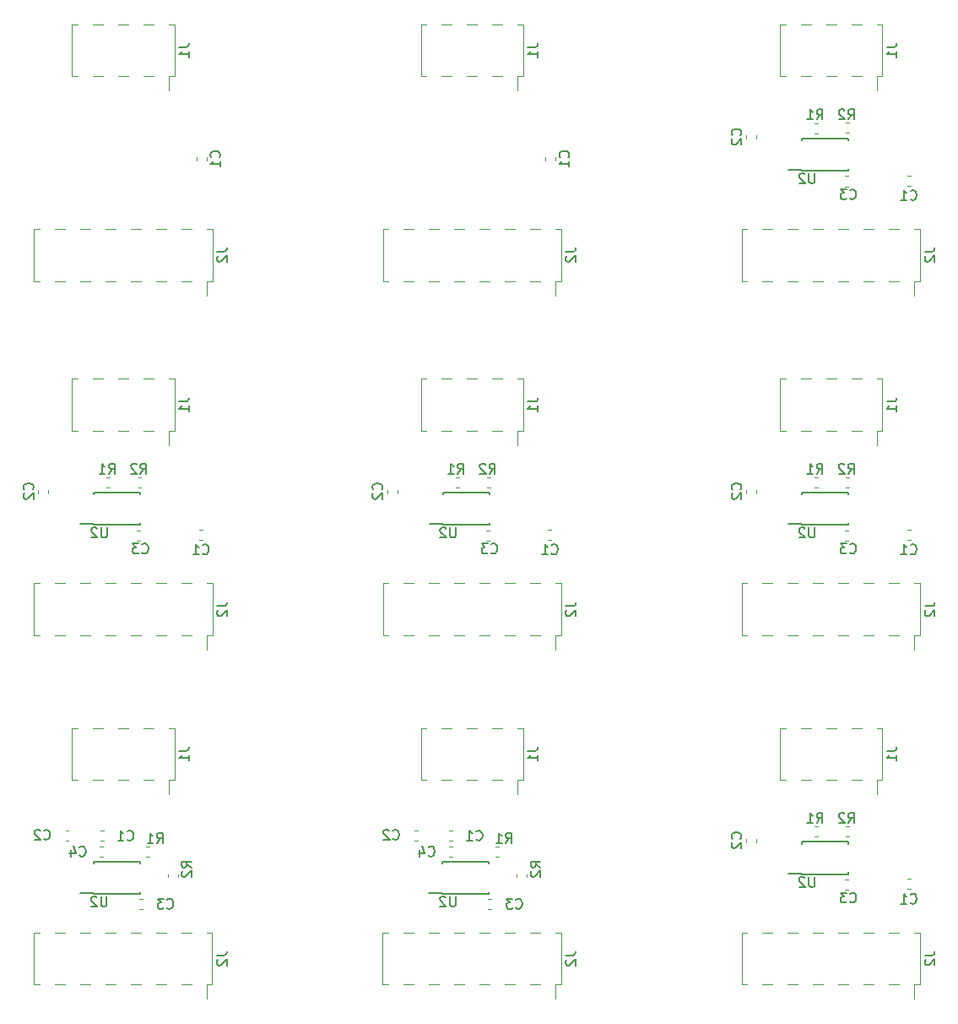
<source format=gbr>
G04 #@! TF.GenerationSoftware,KiCad,Pcbnew,5.1.5-52549c5~86~ubuntu16.04.1*
G04 #@! TF.CreationDate,2020-08-04T22:24:30-05:00*
G04 #@! TF.ProjectId,pressure_sensors,70726573-7375-4726-955f-73656e736f72,rev?*
G04 #@! TF.SameCoordinates,Original*
G04 #@! TF.FileFunction,Legend,Bot*
G04 #@! TF.FilePolarity,Positive*
%FSLAX46Y46*%
G04 Gerber Fmt 4.6, Leading zero omitted, Abs format (unit mm)*
G04 Created by KiCad (PCBNEW 5.1.5-52549c5~86~ubuntu16.04.1) date 2020-08-04 22:24:30*
%MOMM*%
%LPD*%
G04 APERTURE LIST*
%ADD10C,0.120000*%
%ADD11C,0.150000*%
G04 APERTURE END LIST*
D10*
X197870000Y-55535279D02*
X197870000Y-55209721D01*
X196850000Y-55535279D02*
X196850000Y-55209721D01*
X198450000Y-67600000D02*
X198450000Y-62400000D01*
X180550000Y-67600000D02*
X180550000Y-62400000D01*
X197880000Y-69040000D02*
X197880000Y-67600000D01*
X198450000Y-67600000D02*
X197880000Y-67600000D01*
X198450000Y-62400000D02*
X197880000Y-62400000D01*
X181120000Y-67600000D02*
X180550000Y-67600000D01*
X181120000Y-62400000D02*
X180550000Y-62400000D01*
X196360000Y-67600000D02*
X195340000Y-67600000D01*
X196360000Y-62400000D02*
X195340000Y-62400000D01*
X193820000Y-67600000D02*
X192800000Y-67600000D01*
X193820000Y-62400000D02*
X192800000Y-62400000D01*
X191280000Y-67600000D02*
X190260000Y-67600000D01*
X191280000Y-62400000D02*
X190260000Y-62400000D01*
X188740000Y-67600000D02*
X187720000Y-67600000D01*
X188740000Y-62400000D02*
X187720000Y-62400000D01*
X186200000Y-67600000D02*
X185180000Y-67600000D01*
X186200000Y-62400000D02*
X185180000Y-62400000D01*
X183660000Y-67600000D02*
X182640000Y-67600000D01*
X183660000Y-62400000D02*
X182640000Y-62400000D01*
X194650000Y-47100000D02*
X194650000Y-41900000D01*
X184370000Y-47100000D02*
X184370000Y-41900000D01*
X194080000Y-48540000D02*
X194080000Y-47100000D01*
X194650000Y-47100000D02*
X194080000Y-47100000D01*
X194650000Y-41900000D02*
X194080000Y-41900000D01*
X184940000Y-47100000D02*
X184370000Y-47100000D01*
X184940000Y-41900000D02*
X184370000Y-41900000D01*
X192560000Y-47100000D02*
X191540000Y-47100000D01*
X192560000Y-41900000D02*
X191540000Y-41900000D01*
X190020000Y-47100000D02*
X189000000Y-47100000D01*
X190020000Y-41900000D02*
X189000000Y-41900000D01*
X187480000Y-47100000D02*
X186460000Y-47100000D01*
X187480000Y-41900000D02*
X186460000Y-41900000D01*
X198450000Y-103100000D02*
X198450000Y-97900000D01*
X180550000Y-103100000D02*
X180550000Y-97900000D01*
X197880000Y-104540000D02*
X197880000Y-103100000D01*
X198450000Y-103100000D02*
X197880000Y-103100000D01*
X198450000Y-97900000D02*
X197880000Y-97900000D01*
X181120000Y-103100000D02*
X180550000Y-103100000D01*
X181120000Y-97900000D02*
X180550000Y-97900000D01*
X196360000Y-103100000D02*
X195340000Y-103100000D01*
X196360000Y-97900000D02*
X195340000Y-97900000D01*
X193820000Y-103100000D02*
X192800000Y-103100000D01*
X193820000Y-97900000D02*
X192800000Y-97900000D01*
X191280000Y-103100000D02*
X190260000Y-103100000D01*
X191280000Y-97900000D02*
X190260000Y-97900000D01*
X188740000Y-103100000D02*
X187720000Y-103100000D01*
X188740000Y-97900000D02*
X187720000Y-97900000D01*
X186200000Y-103100000D02*
X185180000Y-103100000D01*
X186200000Y-97900000D02*
X185180000Y-97900000D01*
X183660000Y-103100000D02*
X182640000Y-103100000D01*
X183660000Y-97900000D02*
X182640000Y-97900000D01*
X181990000Y-88527221D02*
X181990000Y-88852779D01*
X180970000Y-88527221D02*
X180970000Y-88852779D01*
X190997221Y-87250000D02*
X191322779Y-87250000D01*
X190997221Y-88270000D02*
X191322779Y-88270000D01*
X197137221Y-93550000D02*
X197462779Y-93550000D01*
X197137221Y-92530000D02*
X197462779Y-92530000D01*
X191212779Y-92590000D02*
X190887221Y-92590000D01*
X191212779Y-93610000D02*
X190887221Y-93610000D01*
X188180279Y-87260000D02*
X187854721Y-87260000D01*
X188180279Y-88280000D02*
X187854721Y-88280000D01*
D11*
X186575000Y-92055000D02*
X186575000Y-91955000D01*
X191225000Y-92055000D02*
X191225000Y-91855000D01*
X191225000Y-88805000D02*
X191225000Y-89005000D01*
X186575000Y-88805000D02*
X186575000Y-89005000D01*
X186575000Y-92055000D02*
X191225000Y-92055000D01*
X186575000Y-88805000D02*
X191225000Y-88805000D01*
X186575000Y-91955000D02*
X185225000Y-91955000D01*
D10*
X194650000Y-82600000D02*
X194650000Y-77400000D01*
X184370000Y-82600000D02*
X184370000Y-77400000D01*
X194080000Y-84040000D02*
X194080000Y-82600000D01*
X194650000Y-82600000D02*
X194080000Y-82600000D01*
X194650000Y-77400000D02*
X194080000Y-77400000D01*
X184940000Y-82600000D02*
X184370000Y-82600000D01*
X184940000Y-77400000D02*
X184370000Y-77400000D01*
X192560000Y-82600000D02*
X191540000Y-82600000D01*
X192560000Y-77400000D02*
X191540000Y-77400000D01*
X190020000Y-82600000D02*
X189000000Y-82600000D01*
X190020000Y-77400000D02*
X189000000Y-77400000D01*
X187480000Y-82600000D02*
X186460000Y-82600000D01*
X187480000Y-77400000D02*
X186460000Y-77400000D01*
X219660000Y-62400000D02*
X218640000Y-62400000D01*
X219660000Y-67600000D02*
X218640000Y-67600000D01*
X222200000Y-62400000D02*
X221180000Y-62400000D01*
X222200000Y-67600000D02*
X221180000Y-67600000D01*
X224740000Y-62400000D02*
X223720000Y-62400000D01*
X224740000Y-67600000D02*
X223720000Y-67600000D01*
X227280000Y-62400000D02*
X226260000Y-62400000D01*
X227280000Y-67600000D02*
X226260000Y-67600000D01*
X229820000Y-62400000D02*
X228800000Y-62400000D01*
X229820000Y-67600000D02*
X228800000Y-67600000D01*
X232360000Y-62400000D02*
X231340000Y-62400000D01*
X232360000Y-67600000D02*
X231340000Y-67600000D01*
X217120000Y-62400000D02*
X216550000Y-62400000D01*
X217120000Y-67600000D02*
X216550000Y-67600000D01*
X234450000Y-62400000D02*
X233880000Y-62400000D01*
X234450000Y-67600000D02*
X233880000Y-67600000D01*
X233880000Y-69040000D02*
X233880000Y-67600000D01*
X216550000Y-67600000D02*
X216550000Y-62400000D01*
X234450000Y-67600000D02*
X234450000Y-62400000D01*
X216970000Y-53027221D02*
X216970000Y-53352779D01*
X217990000Y-53027221D02*
X217990000Y-53352779D01*
X223480000Y-41900000D02*
X222460000Y-41900000D01*
X223480000Y-47100000D02*
X222460000Y-47100000D01*
X226020000Y-41900000D02*
X225000000Y-41900000D01*
X226020000Y-47100000D02*
X225000000Y-47100000D01*
X228560000Y-41900000D02*
X227540000Y-41900000D01*
X228560000Y-47100000D02*
X227540000Y-47100000D01*
X220940000Y-41900000D02*
X220370000Y-41900000D01*
X220940000Y-47100000D02*
X220370000Y-47100000D01*
X230650000Y-41900000D02*
X230080000Y-41900000D01*
X230650000Y-47100000D02*
X230080000Y-47100000D01*
X230080000Y-48540000D02*
X230080000Y-47100000D01*
X220370000Y-47100000D02*
X220370000Y-41900000D01*
X230650000Y-47100000D02*
X230650000Y-41900000D01*
D11*
X222575000Y-56455000D02*
X221225000Y-56455000D01*
X222575000Y-53305000D02*
X227225000Y-53305000D01*
X222575000Y-56555000D02*
X227225000Y-56555000D01*
X222575000Y-53305000D02*
X222575000Y-53505000D01*
X227225000Y-53305000D02*
X227225000Y-53505000D01*
X227225000Y-56555000D02*
X227225000Y-56355000D01*
X222575000Y-56555000D02*
X222575000Y-56455000D01*
D10*
X233137221Y-57030000D02*
X233462779Y-57030000D01*
X233137221Y-58050000D02*
X233462779Y-58050000D01*
X224180279Y-52780000D02*
X223854721Y-52780000D01*
X224180279Y-51760000D02*
X223854721Y-51760000D01*
X226997221Y-52770000D02*
X227322779Y-52770000D01*
X226997221Y-51750000D02*
X227322779Y-51750000D01*
X227212779Y-58110000D02*
X226887221Y-58110000D01*
X227212779Y-57090000D02*
X226887221Y-57090000D01*
X227212779Y-92590000D02*
X226887221Y-92590000D01*
X227212779Y-93610000D02*
X226887221Y-93610000D01*
X234450000Y-103100000D02*
X234450000Y-97900000D01*
X216550000Y-103100000D02*
X216550000Y-97900000D01*
X233880000Y-104540000D02*
X233880000Y-103100000D01*
X234450000Y-103100000D02*
X233880000Y-103100000D01*
X234450000Y-97900000D02*
X233880000Y-97900000D01*
X217120000Y-103100000D02*
X216550000Y-103100000D01*
X217120000Y-97900000D02*
X216550000Y-97900000D01*
X232360000Y-103100000D02*
X231340000Y-103100000D01*
X232360000Y-97900000D02*
X231340000Y-97900000D01*
X229820000Y-103100000D02*
X228800000Y-103100000D01*
X229820000Y-97900000D02*
X228800000Y-97900000D01*
X227280000Y-103100000D02*
X226260000Y-103100000D01*
X227280000Y-97900000D02*
X226260000Y-97900000D01*
X224740000Y-103100000D02*
X223720000Y-103100000D01*
X224740000Y-97900000D02*
X223720000Y-97900000D01*
X222200000Y-103100000D02*
X221180000Y-103100000D01*
X222200000Y-97900000D02*
X221180000Y-97900000D01*
X219660000Y-103100000D02*
X218640000Y-103100000D01*
X219660000Y-97900000D02*
X218640000Y-97900000D01*
X217990000Y-88527221D02*
X217990000Y-88852779D01*
X216970000Y-88527221D02*
X216970000Y-88852779D01*
X230650000Y-82600000D02*
X230650000Y-77400000D01*
X220370000Y-82600000D02*
X220370000Y-77400000D01*
X230080000Y-84040000D02*
X230080000Y-82600000D01*
X230650000Y-82600000D02*
X230080000Y-82600000D01*
X230650000Y-77400000D02*
X230080000Y-77400000D01*
X220940000Y-82600000D02*
X220370000Y-82600000D01*
X220940000Y-77400000D02*
X220370000Y-77400000D01*
X228560000Y-82600000D02*
X227540000Y-82600000D01*
X228560000Y-77400000D02*
X227540000Y-77400000D01*
X226020000Y-82600000D02*
X225000000Y-82600000D01*
X226020000Y-77400000D02*
X225000000Y-77400000D01*
X223480000Y-82600000D02*
X222460000Y-82600000D01*
X223480000Y-77400000D02*
X222460000Y-77400000D01*
D11*
X222575000Y-92055000D02*
X222575000Y-91955000D01*
X227225000Y-92055000D02*
X227225000Y-91855000D01*
X227225000Y-88805000D02*
X227225000Y-89005000D01*
X222575000Y-88805000D02*
X222575000Y-89005000D01*
X222575000Y-92055000D02*
X227225000Y-92055000D01*
X222575000Y-88805000D02*
X227225000Y-88805000D01*
X222575000Y-91955000D02*
X221225000Y-91955000D01*
D10*
X233137221Y-93550000D02*
X233462779Y-93550000D01*
X233137221Y-92530000D02*
X233462779Y-92530000D01*
X224180279Y-87260000D02*
X223854721Y-87260000D01*
X224180279Y-88280000D02*
X223854721Y-88280000D01*
X226997221Y-87250000D02*
X227322779Y-87250000D01*
X226997221Y-88270000D02*
X227322779Y-88270000D01*
X183714721Y-123700000D02*
X184040279Y-123700000D01*
X183714721Y-122680000D02*
X184040279Y-122680000D01*
X187470000Y-112410000D02*
X186450000Y-112410000D01*
X187470000Y-117610000D02*
X186450000Y-117610000D01*
X190010000Y-112410000D02*
X188990000Y-112410000D01*
X190010000Y-117610000D02*
X188990000Y-117610000D01*
X192550000Y-112410000D02*
X191530000Y-112410000D01*
X192550000Y-117610000D02*
X191530000Y-117610000D01*
X184930000Y-112410000D02*
X184360000Y-112410000D01*
X184930000Y-117610000D02*
X184360000Y-117610000D01*
X194640000Y-112410000D02*
X194070000Y-112410000D01*
X194640000Y-117610000D02*
X194070000Y-117610000D01*
X194070000Y-119050000D02*
X194070000Y-117610000D01*
X184360000Y-117610000D02*
X184360000Y-112410000D01*
X194640000Y-117610000D02*
X194640000Y-112410000D01*
X193990000Y-127037221D02*
X193990000Y-127362779D01*
X195010000Y-127037221D02*
X195010000Y-127362779D01*
D11*
X186545000Y-128915000D02*
X185195000Y-128915000D01*
X186545000Y-125765000D02*
X191195000Y-125765000D01*
X186545000Y-129015000D02*
X191195000Y-129015000D01*
X186545000Y-125765000D02*
X186545000Y-125965000D01*
X191195000Y-125765000D02*
X191195000Y-125965000D01*
X191195000Y-129015000D02*
X191195000Y-128815000D01*
X186545000Y-129015000D02*
X186545000Y-128915000D01*
D10*
X192162779Y-125290000D02*
X191837221Y-125290000D01*
X192162779Y-124270000D02*
X191837221Y-124270000D01*
X187522779Y-123670000D02*
X187197221Y-123670000D01*
X187522779Y-122650000D02*
X187197221Y-122650000D01*
X183650000Y-132910000D02*
X182630000Y-132910000D01*
X183650000Y-138110000D02*
X182630000Y-138110000D01*
X186190000Y-132910000D02*
X185170000Y-132910000D01*
X186190000Y-138110000D02*
X185170000Y-138110000D01*
X188730000Y-132910000D02*
X187710000Y-132910000D01*
X188730000Y-138110000D02*
X187710000Y-138110000D01*
X191270000Y-132910000D02*
X190250000Y-132910000D01*
X191270000Y-138110000D02*
X190250000Y-138110000D01*
X193810000Y-132910000D02*
X192790000Y-132910000D01*
X193810000Y-138110000D02*
X192790000Y-138110000D01*
X196350000Y-132910000D02*
X195330000Y-132910000D01*
X196350000Y-138110000D02*
X195330000Y-138110000D01*
X181110000Y-132910000D02*
X180540000Y-132910000D01*
X181110000Y-138110000D02*
X180540000Y-138110000D01*
X198440000Y-132910000D02*
X197870000Y-132910000D01*
X198440000Y-138110000D02*
X197870000Y-138110000D01*
X197870000Y-139550000D02*
X197870000Y-138110000D01*
X180540000Y-138110000D02*
X180540000Y-132910000D01*
X198440000Y-138110000D02*
X198440000Y-132910000D01*
X191452779Y-130510000D02*
X191127221Y-130510000D01*
X191452779Y-129490000D02*
X191127221Y-129490000D01*
X187502779Y-125260000D02*
X187177221Y-125260000D01*
X187502779Y-124240000D02*
X187177221Y-124240000D01*
X161850000Y-55535279D02*
X161850000Y-55209721D01*
X162870000Y-55535279D02*
X162870000Y-55209721D01*
X148660000Y-62400000D02*
X147640000Y-62400000D01*
X148660000Y-67600000D02*
X147640000Y-67600000D01*
X151200000Y-62400000D02*
X150180000Y-62400000D01*
X151200000Y-67600000D02*
X150180000Y-67600000D01*
X153740000Y-62400000D02*
X152720000Y-62400000D01*
X153740000Y-67600000D02*
X152720000Y-67600000D01*
X156280000Y-62400000D02*
X155260000Y-62400000D01*
X156280000Y-67600000D02*
X155260000Y-67600000D01*
X158820000Y-62400000D02*
X157800000Y-62400000D01*
X158820000Y-67600000D02*
X157800000Y-67600000D01*
X161360000Y-62400000D02*
X160340000Y-62400000D01*
X161360000Y-67600000D02*
X160340000Y-67600000D01*
X146120000Y-62400000D02*
X145550000Y-62400000D01*
X146120000Y-67600000D02*
X145550000Y-67600000D01*
X163450000Y-62400000D02*
X162880000Y-62400000D01*
X163450000Y-67600000D02*
X162880000Y-67600000D01*
X162880000Y-69040000D02*
X162880000Y-67600000D01*
X145550000Y-67600000D02*
X145550000Y-62400000D01*
X163450000Y-67600000D02*
X163450000Y-62400000D01*
X152480000Y-41900000D02*
X151460000Y-41900000D01*
X152480000Y-47100000D02*
X151460000Y-47100000D01*
X155020000Y-41900000D02*
X154000000Y-41900000D01*
X155020000Y-47100000D02*
X154000000Y-47100000D01*
X157560000Y-41900000D02*
X156540000Y-41900000D01*
X157560000Y-47100000D02*
X156540000Y-47100000D01*
X149940000Y-41900000D02*
X149370000Y-41900000D01*
X149940000Y-47100000D02*
X149370000Y-47100000D01*
X159650000Y-41900000D02*
X159080000Y-41900000D01*
X159650000Y-47100000D02*
X159080000Y-47100000D01*
X159080000Y-48540000D02*
X159080000Y-47100000D01*
X149370000Y-47100000D02*
X149370000Y-41900000D01*
X159650000Y-47100000D02*
X159650000Y-41900000D01*
X152480000Y-77400000D02*
X151460000Y-77400000D01*
X152480000Y-82600000D02*
X151460000Y-82600000D01*
X155020000Y-77400000D02*
X154000000Y-77400000D01*
X155020000Y-82600000D02*
X154000000Y-82600000D01*
X157560000Y-77400000D02*
X156540000Y-77400000D01*
X157560000Y-82600000D02*
X156540000Y-82600000D01*
X149940000Y-77400000D02*
X149370000Y-77400000D01*
X149940000Y-82600000D02*
X149370000Y-82600000D01*
X159650000Y-77400000D02*
X159080000Y-77400000D01*
X159650000Y-82600000D02*
X159080000Y-82600000D01*
X159080000Y-84040000D02*
X159080000Y-82600000D01*
X149370000Y-82600000D02*
X149370000Y-77400000D01*
X159650000Y-82600000D02*
X159650000Y-77400000D01*
X156212779Y-93610000D02*
X155887221Y-93610000D01*
X156212779Y-92590000D02*
X155887221Y-92590000D01*
D11*
X151575000Y-91955000D02*
X150225000Y-91955000D01*
X151575000Y-88805000D02*
X156225000Y-88805000D01*
X151575000Y-92055000D02*
X156225000Y-92055000D01*
X151575000Y-88805000D02*
X151575000Y-89005000D01*
X156225000Y-88805000D02*
X156225000Y-89005000D01*
X156225000Y-92055000D02*
X156225000Y-91855000D01*
X151575000Y-92055000D02*
X151575000Y-91955000D01*
D10*
X145970000Y-88527221D02*
X145970000Y-88852779D01*
X146990000Y-88527221D02*
X146990000Y-88852779D01*
X153180279Y-88280000D02*
X152854721Y-88280000D01*
X153180279Y-87260000D02*
X152854721Y-87260000D01*
X155997221Y-88270000D02*
X156322779Y-88270000D01*
X155997221Y-87250000D02*
X156322779Y-87250000D01*
X162137221Y-92530000D02*
X162462779Y-92530000D01*
X162137221Y-93550000D02*
X162462779Y-93550000D01*
X148660000Y-97900000D02*
X147640000Y-97900000D01*
X148660000Y-103100000D02*
X147640000Y-103100000D01*
X151200000Y-97900000D02*
X150180000Y-97900000D01*
X151200000Y-103100000D02*
X150180000Y-103100000D01*
X153740000Y-97900000D02*
X152720000Y-97900000D01*
X153740000Y-103100000D02*
X152720000Y-103100000D01*
X156280000Y-97900000D02*
X155260000Y-97900000D01*
X156280000Y-103100000D02*
X155260000Y-103100000D01*
X158820000Y-97900000D02*
X157800000Y-97900000D01*
X158820000Y-103100000D02*
X157800000Y-103100000D01*
X161360000Y-97900000D02*
X160340000Y-97900000D01*
X161360000Y-103100000D02*
X160340000Y-103100000D01*
X146120000Y-97900000D02*
X145550000Y-97900000D01*
X146120000Y-103100000D02*
X145550000Y-103100000D01*
X163450000Y-97900000D02*
X162880000Y-97900000D01*
X163450000Y-103100000D02*
X162880000Y-103100000D01*
X162880000Y-104540000D02*
X162880000Y-103100000D01*
X145550000Y-103100000D02*
X145550000Y-97900000D01*
X163450000Y-103100000D02*
X163450000Y-97900000D01*
X226997221Y-123270000D02*
X227322779Y-123270000D01*
X226997221Y-122250000D02*
X227322779Y-122250000D01*
X233137221Y-127530000D02*
X233462779Y-127530000D01*
X233137221Y-128550000D02*
X233462779Y-128550000D01*
X223480000Y-112400000D02*
X222460000Y-112400000D01*
X223480000Y-117600000D02*
X222460000Y-117600000D01*
X226020000Y-112400000D02*
X225000000Y-112400000D01*
X226020000Y-117600000D02*
X225000000Y-117600000D01*
X228560000Y-112400000D02*
X227540000Y-112400000D01*
X228560000Y-117600000D02*
X227540000Y-117600000D01*
X220940000Y-112400000D02*
X220370000Y-112400000D01*
X220940000Y-117600000D02*
X220370000Y-117600000D01*
X230650000Y-112400000D02*
X230080000Y-112400000D01*
X230650000Y-117600000D02*
X230080000Y-117600000D01*
X230080000Y-119040000D02*
X230080000Y-117600000D01*
X220370000Y-117600000D02*
X220370000Y-112400000D01*
X230650000Y-117600000D02*
X230650000Y-112400000D01*
X227212779Y-128610000D02*
X226887221Y-128610000D01*
X227212779Y-127590000D02*
X226887221Y-127590000D01*
X216970000Y-123527221D02*
X216970000Y-123852779D01*
X217990000Y-123527221D02*
X217990000Y-123852779D01*
D11*
X222575000Y-126955000D02*
X221225000Y-126955000D01*
X222575000Y-123805000D02*
X227225000Y-123805000D01*
X222575000Y-127055000D02*
X227225000Y-127055000D01*
X222575000Y-123805000D02*
X222575000Y-124005000D01*
X227225000Y-123805000D02*
X227225000Y-124005000D01*
X227225000Y-127055000D02*
X227225000Y-126855000D01*
X222575000Y-127055000D02*
X222575000Y-126955000D01*
D10*
X219660000Y-132900000D02*
X218640000Y-132900000D01*
X219660000Y-138100000D02*
X218640000Y-138100000D01*
X222200000Y-132900000D02*
X221180000Y-132900000D01*
X222200000Y-138100000D02*
X221180000Y-138100000D01*
X224740000Y-132900000D02*
X223720000Y-132900000D01*
X224740000Y-138100000D02*
X223720000Y-138100000D01*
X227280000Y-132900000D02*
X226260000Y-132900000D01*
X227280000Y-138100000D02*
X226260000Y-138100000D01*
X229820000Y-132900000D02*
X228800000Y-132900000D01*
X229820000Y-138100000D02*
X228800000Y-138100000D01*
X232360000Y-132900000D02*
X231340000Y-132900000D01*
X232360000Y-138100000D02*
X231340000Y-138100000D01*
X217120000Y-132900000D02*
X216550000Y-132900000D01*
X217120000Y-138100000D02*
X216550000Y-138100000D01*
X234450000Y-132900000D02*
X233880000Y-132900000D01*
X234450000Y-138100000D02*
X233880000Y-138100000D01*
X233880000Y-139540000D02*
X233880000Y-138100000D01*
X216550000Y-138100000D02*
X216550000Y-132900000D01*
X234450000Y-138100000D02*
X234450000Y-132900000D01*
X224180279Y-123280000D02*
X223854721Y-123280000D01*
X224180279Y-122260000D02*
X223854721Y-122260000D01*
X160010000Y-127037221D02*
X160010000Y-127362779D01*
X158990000Y-127037221D02*
X158990000Y-127362779D01*
X152502779Y-124240000D02*
X152177221Y-124240000D01*
X152502779Y-125260000D02*
X152177221Y-125260000D01*
X152522779Y-122650000D02*
X152197221Y-122650000D01*
X152522779Y-123670000D02*
X152197221Y-123670000D01*
X148714721Y-122680000D02*
X149040279Y-122680000D01*
X148714721Y-123700000D02*
X149040279Y-123700000D01*
X157162779Y-124270000D02*
X156837221Y-124270000D01*
X157162779Y-125290000D02*
X156837221Y-125290000D01*
X163440000Y-138110000D02*
X163440000Y-132910000D01*
X145540000Y-138110000D02*
X145540000Y-132910000D01*
X162870000Y-139550000D02*
X162870000Y-138110000D01*
X163440000Y-138110000D02*
X162870000Y-138110000D01*
X163440000Y-132910000D02*
X162870000Y-132910000D01*
X146110000Y-138110000D02*
X145540000Y-138110000D01*
X146110000Y-132910000D02*
X145540000Y-132910000D01*
X161350000Y-138110000D02*
X160330000Y-138110000D01*
X161350000Y-132910000D02*
X160330000Y-132910000D01*
X158810000Y-138110000D02*
X157790000Y-138110000D01*
X158810000Y-132910000D02*
X157790000Y-132910000D01*
X156270000Y-138110000D02*
X155250000Y-138110000D01*
X156270000Y-132910000D02*
X155250000Y-132910000D01*
X153730000Y-138110000D02*
X152710000Y-138110000D01*
X153730000Y-132910000D02*
X152710000Y-132910000D01*
X151190000Y-138110000D02*
X150170000Y-138110000D01*
X151190000Y-132910000D02*
X150170000Y-132910000D01*
X148650000Y-138110000D02*
X147630000Y-138110000D01*
X148650000Y-132910000D02*
X147630000Y-132910000D01*
X159640000Y-117610000D02*
X159640000Y-112410000D01*
X149360000Y-117610000D02*
X149360000Y-112410000D01*
X159070000Y-119050000D02*
X159070000Y-117610000D01*
X159640000Y-117610000D02*
X159070000Y-117610000D01*
X159640000Y-112410000D02*
X159070000Y-112410000D01*
X149930000Y-117610000D02*
X149360000Y-117610000D01*
X149930000Y-112410000D02*
X149360000Y-112410000D01*
X157550000Y-117610000D02*
X156530000Y-117610000D01*
X157550000Y-112410000D02*
X156530000Y-112410000D01*
X155010000Y-117610000D02*
X153990000Y-117610000D01*
X155010000Y-112410000D02*
X153990000Y-112410000D01*
X152470000Y-117610000D02*
X151450000Y-117610000D01*
X152470000Y-112410000D02*
X151450000Y-112410000D01*
X156452779Y-129490000D02*
X156127221Y-129490000D01*
X156452779Y-130510000D02*
X156127221Y-130510000D01*
D11*
X151545000Y-129015000D02*
X151545000Y-128915000D01*
X156195000Y-129015000D02*
X156195000Y-128815000D01*
X156195000Y-125765000D02*
X156195000Y-125965000D01*
X151545000Y-125765000D02*
X151545000Y-125965000D01*
X151545000Y-129015000D02*
X156195000Y-129015000D01*
X151545000Y-125765000D02*
X156195000Y-125765000D01*
X151545000Y-128915000D02*
X150195000Y-128915000D01*
X199147142Y-55205833D02*
X199194761Y-55158214D01*
X199242380Y-55015357D01*
X199242380Y-54920119D01*
X199194761Y-54777261D01*
X199099523Y-54682023D01*
X199004285Y-54634404D01*
X198813809Y-54586785D01*
X198670952Y-54586785D01*
X198480476Y-54634404D01*
X198385238Y-54682023D01*
X198290000Y-54777261D01*
X198242380Y-54920119D01*
X198242380Y-55015357D01*
X198290000Y-55158214D01*
X198337619Y-55205833D01*
X199242380Y-56158214D02*
X199242380Y-55586785D01*
X199242380Y-55872500D02*
X198242380Y-55872500D01*
X198385238Y-55777261D01*
X198480476Y-55682023D01*
X198528095Y-55586785D01*
X198902380Y-64666666D02*
X199616666Y-64666666D01*
X199759523Y-64619047D01*
X199854761Y-64523809D01*
X199902380Y-64380952D01*
X199902380Y-64285714D01*
X198997619Y-65095238D02*
X198950000Y-65142857D01*
X198902380Y-65238095D01*
X198902380Y-65476190D01*
X198950000Y-65571428D01*
X198997619Y-65619047D01*
X199092857Y-65666666D01*
X199188095Y-65666666D01*
X199330952Y-65619047D01*
X199902380Y-65047619D01*
X199902380Y-65666666D01*
X195102380Y-44166666D02*
X195816666Y-44166666D01*
X195959523Y-44119047D01*
X196054761Y-44023809D01*
X196102380Y-43880952D01*
X196102380Y-43785714D01*
X196102380Y-45166666D02*
X196102380Y-44595238D01*
X196102380Y-44880952D02*
X195102380Y-44880952D01*
X195245238Y-44785714D01*
X195340476Y-44690476D01*
X195388095Y-44595238D01*
X198902380Y-100166666D02*
X199616666Y-100166666D01*
X199759523Y-100119047D01*
X199854761Y-100023809D01*
X199902380Y-99880952D01*
X199902380Y-99785714D01*
X198997619Y-100595238D02*
X198950000Y-100642857D01*
X198902380Y-100738095D01*
X198902380Y-100976190D01*
X198950000Y-101071428D01*
X198997619Y-101119047D01*
X199092857Y-101166666D01*
X199188095Y-101166666D01*
X199330952Y-101119047D01*
X199902380Y-100547619D01*
X199902380Y-101166666D01*
X180417142Y-88483333D02*
X180464761Y-88435714D01*
X180512380Y-88292857D01*
X180512380Y-88197619D01*
X180464761Y-88054761D01*
X180369523Y-87959523D01*
X180274285Y-87911904D01*
X180083809Y-87864285D01*
X179940952Y-87864285D01*
X179750476Y-87911904D01*
X179655238Y-87959523D01*
X179560000Y-88054761D01*
X179512380Y-88197619D01*
X179512380Y-88292857D01*
X179560000Y-88435714D01*
X179607619Y-88483333D01*
X179607619Y-88864285D02*
X179560000Y-88911904D01*
X179512380Y-89007142D01*
X179512380Y-89245238D01*
X179560000Y-89340476D01*
X179607619Y-89388095D01*
X179702857Y-89435714D01*
X179798095Y-89435714D01*
X179940952Y-89388095D01*
X180512380Y-88816666D01*
X180512380Y-89435714D01*
X191226666Y-86902380D02*
X191560000Y-86426190D01*
X191798095Y-86902380D02*
X191798095Y-85902380D01*
X191417142Y-85902380D01*
X191321904Y-85950000D01*
X191274285Y-85997619D01*
X191226666Y-86092857D01*
X191226666Y-86235714D01*
X191274285Y-86330952D01*
X191321904Y-86378571D01*
X191417142Y-86426190D01*
X191798095Y-86426190D01*
X190845714Y-85997619D02*
X190798095Y-85950000D01*
X190702857Y-85902380D01*
X190464761Y-85902380D01*
X190369523Y-85950000D01*
X190321904Y-85997619D01*
X190274285Y-86092857D01*
X190274285Y-86188095D01*
X190321904Y-86330952D01*
X190893333Y-86902380D01*
X190274285Y-86902380D01*
X197476666Y-94897142D02*
X197524285Y-94944761D01*
X197667142Y-94992380D01*
X197762380Y-94992380D01*
X197905238Y-94944761D01*
X198000476Y-94849523D01*
X198048095Y-94754285D01*
X198095714Y-94563809D01*
X198095714Y-94420952D01*
X198048095Y-94230476D01*
X198000476Y-94135238D01*
X197905238Y-94040000D01*
X197762380Y-93992380D01*
X197667142Y-93992380D01*
X197524285Y-94040000D01*
X197476666Y-94087619D01*
X196524285Y-94992380D02*
X197095714Y-94992380D01*
X196810000Y-94992380D02*
X196810000Y-93992380D01*
X196905238Y-94135238D01*
X197000476Y-94230476D01*
X197095714Y-94278095D01*
X191406666Y-94807142D02*
X191454285Y-94854761D01*
X191597142Y-94902380D01*
X191692380Y-94902380D01*
X191835238Y-94854761D01*
X191930476Y-94759523D01*
X191978095Y-94664285D01*
X192025714Y-94473809D01*
X192025714Y-94330952D01*
X191978095Y-94140476D01*
X191930476Y-94045238D01*
X191835238Y-93950000D01*
X191692380Y-93902380D01*
X191597142Y-93902380D01*
X191454285Y-93950000D01*
X191406666Y-93997619D01*
X191073333Y-93902380D02*
X190454285Y-93902380D01*
X190787619Y-94283333D01*
X190644761Y-94283333D01*
X190549523Y-94330952D01*
X190501904Y-94378571D01*
X190454285Y-94473809D01*
X190454285Y-94711904D01*
X190501904Y-94807142D01*
X190549523Y-94854761D01*
X190644761Y-94902380D01*
X190930476Y-94902380D01*
X191025714Y-94854761D01*
X191073333Y-94807142D01*
X188066666Y-86902380D02*
X188400000Y-86426190D01*
X188638095Y-86902380D02*
X188638095Y-85902380D01*
X188257142Y-85902380D01*
X188161904Y-85950000D01*
X188114285Y-85997619D01*
X188066666Y-86092857D01*
X188066666Y-86235714D01*
X188114285Y-86330952D01*
X188161904Y-86378571D01*
X188257142Y-86426190D01*
X188638095Y-86426190D01*
X187114285Y-86902380D02*
X187685714Y-86902380D01*
X187400000Y-86902380D02*
X187400000Y-85902380D01*
X187495238Y-86045238D01*
X187590476Y-86140476D01*
X187685714Y-86188095D01*
X187871904Y-92312380D02*
X187871904Y-93121904D01*
X187824285Y-93217142D01*
X187776666Y-93264761D01*
X187681428Y-93312380D01*
X187490952Y-93312380D01*
X187395714Y-93264761D01*
X187348095Y-93217142D01*
X187300476Y-93121904D01*
X187300476Y-92312380D01*
X186871904Y-92407619D02*
X186824285Y-92360000D01*
X186729047Y-92312380D01*
X186490952Y-92312380D01*
X186395714Y-92360000D01*
X186348095Y-92407619D01*
X186300476Y-92502857D01*
X186300476Y-92598095D01*
X186348095Y-92740952D01*
X186919523Y-93312380D01*
X186300476Y-93312380D01*
X195102380Y-79666666D02*
X195816666Y-79666666D01*
X195959523Y-79619047D01*
X196054761Y-79523809D01*
X196102380Y-79380952D01*
X196102380Y-79285714D01*
X196102380Y-80666666D02*
X196102380Y-80095238D01*
X196102380Y-80380952D02*
X195102380Y-80380952D01*
X195245238Y-80285714D01*
X195340476Y-80190476D01*
X195388095Y-80095238D01*
X234902380Y-64666666D02*
X235616666Y-64666666D01*
X235759523Y-64619047D01*
X235854761Y-64523809D01*
X235902380Y-64380952D01*
X235902380Y-64285714D01*
X234997619Y-65095238D02*
X234950000Y-65142857D01*
X234902380Y-65238095D01*
X234902380Y-65476190D01*
X234950000Y-65571428D01*
X234997619Y-65619047D01*
X235092857Y-65666666D01*
X235188095Y-65666666D01*
X235330952Y-65619047D01*
X235902380Y-65047619D01*
X235902380Y-65666666D01*
X216417142Y-52983333D02*
X216464761Y-52935714D01*
X216512380Y-52792857D01*
X216512380Y-52697619D01*
X216464761Y-52554761D01*
X216369523Y-52459523D01*
X216274285Y-52411904D01*
X216083809Y-52364285D01*
X215940952Y-52364285D01*
X215750476Y-52411904D01*
X215655238Y-52459523D01*
X215560000Y-52554761D01*
X215512380Y-52697619D01*
X215512380Y-52792857D01*
X215560000Y-52935714D01*
X215607619Y-52983333D01*
X215607619Y-53364285D02*
X215560000Y-53411904D01*
X215512380Y-53507142D01*
X215512380Y-53745238D01*
X215560000Y-53840476D01*
X215607619Y-53888095D01*
X215702857Y-53935714D01*
X215798095Y-53935714D01*
X215940952Y-53888095D01*
X216512380Y-53316666D01*
X216512380Y-53935714D01*
X231102380Y-44166666D02*
X231816666Y-44166666D01*
X231959523Y-44119047D01*
X232054761Y-44023809D01*
X232102380Y-43880952D01*
X232102380Y-43785714D01*
X232102380Y-45166666D02*
X232102380Y-44595238D01*
X232102380Y-44880952D02*
X231102380Y-44880952D01*
X231245238Y-44785714D01*
X231340476Y-44690476D01*
X231388095Y-44595238D01*
X223871904Y-56812380D02*
X223871904Y-57621904D01*
X223824285Y-57717142D01*
X223776666Y-57764761D01*
X223681428Y-57812380D01*
X223490952Y-57812380D01*
X223395714Y-57764761D01*
X223348095Y-57717142D01*
X223300476Y-57621904D01*
X223300476Y-56812380D01*
X222871904Y-56907619D02*
X222824285Y-56860000D01*
X222729047Y-56812380D01*
X222490952Y-56812380D01*
X222395714Y-56860000D01*
X222348095Y-56907619D01*
X222300476Y-57002857D01*
X222300476Y-57098095D01*
X222348095Y-57240952D01*
X222919523Y-57812380D01*
X222300476Y-57812380D01*
X233476666Y-59397142D02*
X233524285Y-59444761D01*
X233667142Y-59492380D01*
X233762380Y-59492380D01*
X233905238Y-59444761D01*
X234000476Y-59349523D01*
X234048095Y-59254285D01*
X234095714Y-59063809D01*
X234095714Y-58920952D01*
X234048095Y-58730476D01*
X234000476Y-58635238D01*
X233905238Y-58540000D01*
X233762380Y-58492380D01*
X233667142Y-58492380D01*
X233524285Y-58540000D01*
X233476666Y-58587619D01*
X232524285Y-59492380D02*
X233095714Y-59492380D01*
X232810000Y-59492380D02*
X232810000Y-58492380D01*
X232905238Y-58635238D01*
X233000476Y-58730476D01*
X233095714Y-58778095D01*
X224066666Y-51402380D02*
X224400000Y-50926190D01*
X224638095Y-51402380D02*
X224638095Y-50402380D01*
X224257142Y-50402380D01*
X224161904Y-50450000D01*
X224114285Y-50497619D01*
X224066666Y-50592857D01*
X224066666Y-50735714D01*
X224114285Y-50830952D01*
X224161904Y-50878571D01*
X224257142Y-50926190D01*
X224638095Y-50926190D01*
X223114285Y-51402380D02*
X223685714Y-51402380D01*
X223400000Y-51402380D02*
X223400000Y-50402380D01*
X223495238Y-50545238D01*
X223590476Y-50640476D01*
X223685714Y-50688095D01*
X227226666Y-51402380D02*
X227560000Y-50926190D01*
X227798095Y-51402380D02*
X227798095Y-50402380D01*
X227417142Y-50402380D01*
X227321904Y-50450000D01*
X227274285Y-50497619D01*
X227226666Y-50592857D01*
X227226666Y-50735714D01*
X227274285Y-50830952D01*
X227321904Y-50878571D01*
X227417142Y-50926190D01*
X227798095Y-50926190D01*
X226845714Y-50497619D02*
X226798095Y-50450000D01*
X226702857Y-50402380D01*
X226464761Y-50402380D01*
X226369523Y-50450000D01*
X226321904Y-50497619D01*
X226274285Y-50592857D01*
X226274285Y-50688095D01*
X226321904Y-50830952D01*
X226893333Y-51402380D01*
X226274285Y-51402380D01*
X227406666Y-59307142D02*
X227454285Y-59354761D01*
X227597142Y-59402380D01*
X227692380Y-59402380D01*
X227835238Y-59354761D01*
X227930476Y-59259523D01*
X227978095Y-59164285D01*
X228025714Y-58973809D01*
X228025714Y-58830952D01*
X227978095Y-58640476D01*
X227930476Y-58545238D01*
X227835238Y-58450000D01*
X227692380Y-58402380D01*
X227597142Y-58402380D01*
X227454285Y-58450000D01*
X227406666Y-58497619D01*
X227073333Y-58402380D02*
X226454285Y-58402380D01*
X226787619Y-58783333D01*
X226644761Y-58783333D01*
X226549523Y-58830952D01*
X226501904Y-58878571D01*
X226454285Y-58973809D01*
X226454285Y-59211904D01*
X226501904Y-59307142D01*
X226549523Y-59354761D01*
X226644761Y-59402380D01*
X226930476Y-59402380D01*
X227025714Y-59354761D01*
X227073333Y-59307142D01*
X227406666Y-94807142D02*
X227454285Y-94854761D01*
X227597142Y-94902380D01*
X227692380Y-94902380D01*
X227835238Y-94854761D01*
X227930476Y-94759523D01*
X227978095Y-94664285D01*
X228025714Y-94473809D01*
X228025714Y-94330952D01*
X227978095Y-94140476D01*
X227930476Y-94045238D01*
X227835238Y-93950000D01*
X227692380Y-93902380D01*
X227597142Y-93902380D01*
X227454285Y-93950000D01*
X227406666Y-93997619D01*
X227073333Y-93902380D02*
X226454285Y-93902380D01*
X226787619Y-94283333D01*
X226644761Y-94283333D01*
X226549523Y-94330952D01*
X226501904Y-94378571D01*
X226454285Y-94473809D01*
X226454285Y-94711904D01*
X226501904Y-94807142D01*
X226549523Y-94854761D01*
X226644761Y-94902380D01*
X226930476Y-94902380D01*
X227025714Y-94854761D01*
X227073333Y-94807142D01*
X234902380Y-100166666D02*
X235616666Y-100166666D01*
X235759523Y-100119047D01*
X235854761Y-100023809D01*
X235902380Y-99880952D01*
X235902380Y-99785714D01*
X234997619Y-100595238D02*
X234950000Y-100642857D01*
X234902380Y-100738095D01*
X234902380Y-100976190D01*
X234950000Y-101071428D01*
X234997619Y-101119047D01*
X235092857Y-101166666D01*
X235188095Y-101166666D01*
X235330952Y-101119047D01*
X235902380Y-100547619D01*
X235902380Y-101166666D01*
X216417142Y-88483333D02*
X216464761Y-88435714D01*
X216512380Y-88292857D01*
X216512380Y-88197619D01*
X216464761Y-88054761D01*
X216369523Y-87959523D01*
X216274285Y-87911904D01*
X216083809Y-87864285D01*
X215940952Y-87864285D01*
X215750476Y-87911904D01*
X215655238Y-87959523D01*
X215560000Y-88054761D01*
X215512380Y-88197619D01*
X215512380Y-88292857D01*
X215560000Y-88435714D01*
X215607619Y-88483333D01*
X215607619Y-88864285D02*
X215560000Y-88911904D01*
X215512380Y-89007142D01*
X215512380Y-89245238D01*
X215560000Y-89340476D01*
X215607619Y-89388095D01*
X215702857Y-89435714D01*
X215798095Y-89435714D01*
X215940952Y-89388095D01*
X216512380Y-88816666D01*
X216512380Y-89435714D01*
X231102380Y-79666666D02*
X231816666Y-79666666D01*
X231959523Y-79619047D01*
X232054761Y-79523809D01*
X232102380Y-79380952D01*
X232102380Y-79285714D01*
X232102380Y-80666666D02*
X232102380Y-80095238D01*
X232102380Y-80380952D02*
X231102380Y-80380952D01*
X231245238Y-80285714D01*
X231340476Y-80190476D01*
X231388095Y-80095238D01*
X223871904Y-92312380D02*
X223871904Y-93121904D01*
X223824285Y-93217142D01*
X223776666Y-93264761D01*
X223681428Y-93312380D01*
X223490952Y-93312380D01*
X223395714Y-93264761D01*
X223348095Y-93217142D01*
X223300476Y-93121904D01*
X223300476Y-92312380D01*
X222871904Y-92407619D02*
X222824285Y-92360000D01*
X222729047Y-92312380D01*
X222490952Y-92312380D01*
X222395714Y-92360000D01*
X222348095Y-92407619D01*
X222300476Y-92502857D01*
X222300476Y-92598095D01*
X222348095Y-92740952D01*
X222919523Y-93312380D01*
X222300476Y-93312380D01*
X233476666Y-94897142D02*
X233524285Y-94944761D01*
X233667142Y-94992380D01*
X233762380Y-94992380D01*
X233905238Y-94944761D01*
X234000476Y-94849523D01*
X234048095Y-94754285D01*
X234095714Y-94563809D01*
X234095714Y-94420952D01*
X234048095Y-94230476D01*
X234000476Y-94135238D01*
X233905238Y-94040000D01*
X233762380Y-93992380D01*
X233667142Y-93992380D01*
X233524285Y-94040000D01*
X233476666Y-94087619D01*
X232524285Y-94992380D02*
X233095714Y-94992380D01*
X232810000Y-94992380D02*
X232810000Y-93992380D01*
X232905238Y-94135238D01*
X233000476Y-94230476D01*
X233095714Y-94278095D01*
X224066666Y-86902380D02*
X224400000Y-86426190D01*
X224638095Y-86902380D02*
X224638095Y-85902380D01*
X224257142Y-85902380D01*
X224161904Y-85950000D01*
X224114285Y-85997619D01*
X224066666Y-86092857D01*
X224066666Y-86235714D01*
X224114285Y-86330952D01*
X224161904Y-86378571D01*
X224257142Y-86426190D01*
X224638095Y-86426190D01*
X223114285Y-86902380D02*
X223685714Y-86902380D01*
X223400000Y-86902380D02*
X223400000Y-85902380D01*
X223495238Y-86045238D01*
X223590476Y-86140476D01*
X223685714Y-86188095D01*
X227226666Y-86902380D02*
X227560000Y-86426190D01*
X227798095Y-86902380D02*
X227798095Y-85902380D01*
X227417142Y-85902380D01*
X227321904Y-85950000D01*
X227274285Y-85997619D01*
X227226666Y-86092857D01*
X227226666Y-86235714D01*
X227274285Y-86330952D01*
X227321904Y-86378571D01*
X227417142Y-86426190D01*
X227798095Y-86426190D01*
X226845714Y-85997619D02*
X226798095Y-85950000D01*
X226702857Y-85902380D01*
X226464761Y-85902380D01*
X226369523Y-85950000D01*
X226321904Y-85997619D01*
X226274285Y-86092857D01*
X226274285Y-86188095D01*
X226321904Y-86330952D01*
X226893333Y-86902380D01*
X226274285Y-86902380D01*
X181556666Y-123497142D02*
X181604285Y-123544761D01*
X181747142Y-123592380D01*
X181842380Y-123592380D01*
X181985238Y-123544761D01*
X182080476Y-123449523D01*
X182128095Y-123354285D01*
X182175714Y-123163809D01*
X182175714Y-123020952D01*
X182128095Y-122830476D01*
X182080476Y-122735238D01*
X181985238Y-122640000D01*
X181842380Y-122592380D01*
X181747142Y-122592380D01*
X181604285Y-122640000D01*
X181556666Y-122687619D01*
X181175714Y-122687619D02*
X181128095Y-122640000D01*
X181032857Y-122592380D01*
X180794761Y-122592380D01*
X180699523Y-122640000D01*
X180651904Y-122687619D01*
X180604285Y-122782857D01*
X180604285Y-122878095D01*
X180651904Y-123020952D01*
X181223333Y-123592380D01*
X180604285Y-123592380D01*
X195092380Y-114676666D02*
X195806666Y-114676666D01*
X195949523Y-114629047D01*
X196044761Y-114533809D01*
X196092380Y-114390952D01*
X196092380Y-114295714D01*
X196092380Y-115676666D02*
X196092380Y-115105238D01*
X196092380Y-115390952D02*
X195092380Y-115390952D01*
X195235238Y-115295714D01*
X195330476Y-115200476D01*
X195378095Y-115105238D01*
X196362380Y-126353333D02*
X195886190Y-126020000D01*
X196362380Y-125781904D02*
X195362380Y-125781904D01*
X195362380Y-126162857D01*
X195410000Y-126258095D01*
X195457619Y-126305714D01*
X195552857Y-126353333D01*
X195695714Y-126353333D01*
X195790952Y-126305714D01*
X195838571Y-126258095D01*
X195886190Y-126162857D01*
X195886190Y-125781904D01*
X195457619Y-126734285D02*
X195410000Y-126781904D01*
X195362380Y-126877142D01*
X195362380Y-127115238D01*
X195410000Y-127210476D01*
X195457619Y-127258095D01*
X195552857Y-127305714D01*
X195648095Y-127305714D01*
X195790952Y-127258095D01*
X196362380Y-126686666D01*
X196362380Y-127305714D01*
X187841904Y-129272380D02*
X187841904Y-130081904D01*
X187794285Y-130177142D01*
X187746666Y-130224761D01*
X187651428Y-130272380D01*
X187460952Y-130272380D01*
X187365714Y-130224761D01*
X187318095Y-130177142D01*
X187270476Y-130081904D01*
X187270476Y-129272380D01*
X186841904Y-129367619D02*
X186794285Y-129320000D01*
X186699047Y-129272380D01*
X186460952Y-129272380D01*
X186365714Y-129320000D01*
X186318095Y-129367619D01*
X186270476Y-129462857D01*
X186270476Y-129558095D01*
X186318095Y-129700952D01*
X186889523Y-130272380D01*
X186270476Y-130272380D01*
X192876666Y-123912380D02*
X193210000Y-123436190D01*
X193448095Y-123912380D02*
X193448095Y-122912380D01*
X193067142Y-122912380D01*
X192971904Y-122960000D01*
X192924285Y-123007619D01*
X192876666Y-123102857D01*
X192876666Y-123245714D01*
X192924285Y-123340952D01*
X192971904Y-123388571D01*
X193067142Y-123436190D01*
X193448095Y-123436190D01*
X191924285Y-123912380D02*
X192495714Y-123912380D01*
X192210000Y-123912380D02*
X192210000Y-122912380D01*
X192305238Y-123055238D01*
X192400476Y-123150476D01*
X192495714Y-123198095D01*
X189926666Y-123567142D02*
X189974285Y-123614761D01*
X190117142Y-123662380D01*
X190212380Y-123662380D01*
X190355238Y-123614761D01*
X190450476Y-123519523D01*
X190498095Y-123424285D01*
X190545714Y-123233809D01*
X190545714Y-123090952D01*
X190498095Y-122900476D01*
X190450476Y-122805238D01*
X190355238Y-122710000D01*
X190212380Y-122662380D01*
X190117142Y-122662380D01*
X189974285Y-122710000D01*
X189926666Y-122757619D01*
X188974285Y-123662380D02*
X189545714Y-123662380D01*
X189260000Y-123662380D02*
X189260000Y-122662380D01*
X189355238Y-122805238D01*
X189450476Y-122900476D01*
X189545714Y-122948095D01*
X198892380Y-135176666D02*
X199606666Y-135176666D01*
X199749523Y-135129047D01*
X199844761Y-135033809D01*
X199892380Y-134890952D01*
X199892380Y-134795714D01*
X198987619Y-135605238D02*
X198940000Y-135652857D01*
X198892380Y-135748095D01*
X198892380Y-135986190D01*
X198940000Y-136081428D01*
X198987619Y-136129047D01*
X199082857Y-136176666D01*
X199178095Y-136176666D01*
X199320952Y-136129047D01*
X199892380Y-135557619D01*
X199892380Y-136176666D01*
X193896666Y-130407142D02*
X193944285Y-130454761D01*
X194087142Y-130502380D01*
X194182380Y-130502380D01*
X194325238Y-130454761D01*
X194420476Y-130359523D01*
X194468095Y-130264285D01*
X194515714Y-130073809D01*
X194515714Y-129930952D01*
X194468095Y-129740476D01*
X194420476Y-129645238D01*
X194325238Y-129550000D01*
X194182380Y-129502380D01*
X194087142Y-129502380D01*
X193944285Y-129550000D01*
X193896666Y-129597619D01*
X193563333Y-129502380D02*
X192944285Y-129502380D01*
X193277619Y-129883333D01*
X193134761Y-129883333D01*
X193039523Y-129930952D01*
X192991904Y-129978571D01*
X192944285Y-130073809D01*
X192944285Y-130311904D01*
X192991904Y-130407142D01*
X193039523Y-130454761D01*
X193134761Y-130502380D01*
X193420476Y-130502380D01*
X193515714Y-130454761D01*
X193563333Y-130407142D01*
X185126666Y-125157142D02*
X185174285Y-125204761D01*
X185317142Y-125252380D01*
X185412380Y-125252380D01*
X185555238Y-125204761D01*
X185650476Y-125109523D01*
X185698095Y-125014285D01*
X185745714Y-124823809D01*
X185745714Y-124680952D01*
X185698095Y-124490476D01*
X185650476Y-124395238D01*
X185555238Y-124300000D01*
X185412380Y-124252380D01*
X185317142Y-124252380D01*
X185174285Y-124300000D01*
X185126666Y-124347619D01*
X184269523Y-124585714D02*
X184269523Y-125252380D01*
X184507619Y-124204761D02*
X184745714Y-124919047D01*
X184126666Y-124919047D01*
X164147142Y-55205833D02*
X164194761Y-55158214D01*
X164242380Y-55015357D01*
X164242380Y-54920119D01*
X164194761Y-54777261D01*
X164099523Y-54682023D01*
X164004285Y-54634404D01*
X163813809Y-54586785D01*
X163670952Y-54586785D01*
X163480476Y-54634404D01*
X163385238Y-54682023D01*
X163290000Y-54777261D01*
X163242380Y-54920119D01*
X163242380Y-55015357D01*
X163290000Y-55158214D01*
X163337619Y-55205833D01*
X164242380Y-56158214D02*
X164242380Y-55586785D01*
X164242380Y-55872500D02*
X163242380Y-55872500D01*
X163385238Y-55777261D01*
X163480476Y-55682023D01*
X163528095Y-55586785D01*
X163902380Y-64666666D02*
X164616666Y-64666666D01*
X164759523Y-64619047D01*
X164854761Y-64523809D01*
X164902380Y-64380952D01*
X164902380Y-64285714D01*
X163997619Y-65095238D02*
X163950000Y-65142857D01*
X163902380Y-65238095D01*
X163902380Y-65476190D01*
X163950000Y-65571428D01*
X163997619Y-65619047D01*
X164092857Y-65666666D01*
X164188095Y-65666666D01*
X164330952Y-65619047D01*
X164902380Y-65047619D01*
X164902380Y-65666666D01*
X160102380Y-44166666D02*
X160816666Y-44166666D01*
X160959523Y-44119047D01*
X161054761Y-44023809D01*
X161102380Y-43880952D01*
X161102380Y-43785714D01*
X161102380Y-45166666D02*
X161102380Y-44595238D01*
X161102380Y-44880952D02*
X160102380Y-44880952D01*
X160245238Y-44785714D01*
X160340476Y-44690476D01*
X160388095Y-44595238D01*
X160102380Y-79666666D02*
X160816666Y-79666666D01*
X160959523Y-79619047D01*
X161054761Y-79523809D01*
X161102380Y-79380952D01*
X161102380Y-79285714D01*
X161102380Y-80666666D02*
X161102380Y-80095238D01*
X161102380Y-80380952D02*
X160102380Y-80380952D01*
X160245238Y-80285714D01*
X160340476Y-80190476D01*
X160388095Y-80095238D01*
X156406666Y-94807142D02*
X156454285Y-94854761D01*
X156597142Y-94902380D01*
X156692380Y-94902380D01*
X156835238Y-94854761D01*
X156930476Y-94759523D01*
X156978095Y-94664285D01*
X157025714Y-94473809D01*
X157025714Y-94330952D01*
X156978095Y-94140476D01*
X156930476Y-94045238D01*
X156835238Y-93950000D01*
X156692380Y-93902380D01*
X156597142Y-93902380D01*
X156454285Y-93950000D01*
X156406666Y-93997619D01*
X156073333Y-93902380D02*
X155454285Y-93902380D01*
X155787619Y-94283333D01*
X155644761Y-94283333D01*
X155549523Y-94330952D01*
X155501904Y-94378571D01*
X155454285Y-94473809D01*
X155454285Y-94711904D01*
X155501904Y-94807142D01*
X155549523Y-94854761D01*
X155644761Y-94902380D01*
X155930476Y-94902380D01*
X156025714Y-94854761D01*
X156073333Y-94807142D01*
X152871904Y-92312380D02*
X152871904Y-93121904D01*
X152824285Y-93217142D01*
X152776666Y-93264761D01*
X152681428Y-93312380D01*
X152490952Y-93312380D01*
X152395714Y-93264761D01*
X152348095Y-93217142D01*
X152300476Y-93121904D01*
X152300476Y-92312380D01*
X151871904Y-92407619D02*
X151824285Y-92360000D01*
X151729047Y-92312380D01*
X151490952Y-92312380D01*
X151395714Y-92360000D01*
X151348095Y-92407619D01*
X151300476Y-92502857D01*
X151300476Y-92598095D01*
X151348095Y-92740952D01*
X151919523Y-93312380D01*
X151300476Y-93312380D01*
X145417142Y-88483333D02*
X145464761Y-88435714D01*
X145512380Y-88292857D01*
X145512380Y-88197619D01*
X145464761Y-88054761D01*
X145369523Y-87959523D01*
X145274285Y-87911904D01*
X145083809Y-87864285D01*
X144940952Y-87864285D01*
X144750476Y-87911904D01*
X144655238Y-87959523D01*
X144560000Y-88054761D01*
X144512380Y-88197619D01*
X144512380Y-88292857D01*
X144560000Y-88435714D01*
X144607619Y-88483333D01*
X144607619Y-88864285D02*
X144560000Y-88911904D01*
X144512380Y-89007142D01*
X144512380Y-89245238D01*
X144560000Y-89340476D01*
X144607619Y-89388095D01*
X144702857Y-89435714D01*
X144798095Y-89435714D01*
X144940952Y-89388095D01*
X145512380Y-88816666D01*
X145512380Y-89435714D01*
X153066666Y-86902380D02*
X153400000Y-86426190D01*
X153638095Y-86902380D02*
X153638095Y-85902380D01*
X153257142Y-85902380D01*
X153161904Y-85950000D01*
X153114285Y-85997619D01*
X153066666Y-86092857D01*
X153066666Y-86235714D01*
X153114285Y-86330952D01*
X153161904Y-86378571D01*
X153257142Y-86426190D01*
X153638095Y-86426190D01*
X152114285Y-86902380D02*
X152685714Y-86902380D01*
X152400000Y-86902380D02*
X152400000Y-85902380D01*
X152495238Y-86045238D01*
X152590476Y-86140476D01*
X152685714Y-86188095D01*
X156226666Y-86902380D02*
X156560000Y-86426190D01*
X156798095Y-86902380D02*
X156798095Y-85902380D01*
X156417142Y-85902380D01*
X156321904Y-85950000D01*
X156274285Y-85997619D01*
X156226666Y-86092857D01*
X156226666Y-86235714D01*
X156274285Y-86330952D01*
X156321904Y-86378571D01*
X156417142Y-86426190D01*
X156798095Y-86426190D01*
X155845714Y-85997619D02*
X155798095Y-85950000D01*
X155702857Y-85902380D01*
X155464761Y-85902380D01*
X155369523Y-85950000D01*
X155321904Y-85997619D01*
X155274285Y-86092857D01*
X155274285Y-86188095D01*
X155321904Y-86330952D01*
X155893333Y-86902380D01*
X155274285Y-86902380D01*
X162476666Y-94897142D02*
X162524285Y-94944761D01*
X162667142Y-94992380D01*
X162762380Y-94992380D01*
X162905238Y-94944761D01*
X163000476Y-94849523D01*
X163048095Y-94754285D01*
X163095714Y-94563809D01*
X163095714Y-94420952D01*
X163048095Y-94230476D01*
X163000476Y-94135238D01*
X162905238Y-94040000D01*
X162762380Y-93992380D01*
X162667142Y-93992380D01*
X162524285Y-94040000D01*
X162476666Y-94087619D01*
X161524285Y-94992380D02*
X162095714Y-94992380D01*
X161810000Y-94992380D02*
X161810000Y-93992380D01*
X161905238Y-94135238D01*
X162000476Y-94230476D01*
X162095714Y-94278095D01*
X163902380Y-100166666D02*
X164616666Y-100166666D01*
X164759523Y-100119047D01*
X164854761Y-100023809D01*
X164902380Y-99880952D01*
X164902380Y-99785714D01*
X163997619Y-100595238D02*
X163950000Y-100642857D01*
X163902380Y-100738095D01*
X163902380Y-100976190D01*
X163950000Y-101071428D01*
X163997619Y-101119047D01*
X164092857Y-101166666D01*
X164188095Y-101166666D01*
X164330952Y-101119047D01*
X164902380Y-100547619D01*
X164902380Y-101166666D01*
X227226666Y-121902380D02*
X227560000Y-121426190D01*
X227798095Y-121902380D02*
X227798095Y-120902380D01*
X227417142Y-120902380D01*
X227321904Y-120950000D01*
X227274285Y-120997619D01*
X227226666Y-121092857D01*
X227226666Y-121235714D01*
X227274285Y-121330952D01*
X227321904Y-121378571D01*
X227417142Y-121426190D01*
X227798095Y-121426190D01*
X226845714Y-120997619D02*
X226798095Y-120950000D01*
X226702857Y-120902380D01*
X226464761Y-120902380D01*
X226369523Y-120950000D01*
X226321904Y-120997619D01*
X226274285Y-121092857D01*
X226274285Y-121188095D01*
X226321904Y-121330952D01*
X226893333Y-121902380D01*
X226274285Y-121902380D01*
X233476666Y-129897142D02*
X233524285Y-129944761D01*
X233667142Y-129992380D01*
X233762380Y-129992380D01*
X233905238Y-129944761D01*
X234000476Y-129849523D01*
X234048095Y-129754285D01*
X234095714Y-129563809D01*
X234095714Y-129420952D01*
X234048095Y-129230476D01*
X234000476Y-129135238D01*
X233905238Y-129040000D01*
X233762380Y-128992380D01*
X233667142Y-128992380D01*
X233524285Y-129040000D01*
X233476666Y-129087619D01*
X232524285Y-129992380D02*
X233095714Y-129992380D01*
X232810000Y-129992380D02*
X232810000Y-128992380D01*
X232905238Y-129135238D01*
X233000476Y-129230476D01*
X233095714Y-129278095D01*
X231102380Y-114666666D02*
X231816666Y-114666666D01*
X231959523Y-114619047D01*
X232054761Y-114523809D01*
X232102380Y-114380952D01*
X232102380Y-114285714D01*
X232102380Y-115666666D02*
X232102380Y-115095238D01*
X232102380Y-115380952D02*
X231102380Y-115380952D01*
X231245238Y-115285714D01*
X231340476Y-115190476D01*
X231388095Y-115095238D01*
X227406666Y-129807142D02*
X227454285Y-129854761D01*
X227597142Y-129902380D01*
X227692380Y-129902380D01*
X227835238Y-129854761D01*
X227930476Y-129759523D01*
X227978095Y-129664285D01*
X228025714Y-129473809D01*
X228025714Y-129330952D01*
X227978095Y-129140476D01*
X227930476Y-129045238D01*
X227835238Y-128950000D01*
X227692380Y-128902380D01*
X227597142Y-128902380D01*
X227454285Y-128950000D01*
X227406666Y-128997619D01*
X227073333Y-128902380D02*
X226454285Y-128902380D01*
X226787619Y-129283333D01*
X226644761Y-129283333D01*
X226549523Y-129330952D01*
X226501904Y-129378571D01*
X226454285Y-129473809D01*
X226454285Y-129711904D01*
X226501904Y-129807142D01*
X226549523Y-129854761D01*
X226644761Y-129902380D01*
X226930476Y-129902380D01*
X227025714Y-129854761D01*
X227073333Y-129807142D01*
X216417142Y-123483333D02*
X216464761Y-123435714D01*
X216512380Y-123292857D01*
X216512380Y-123197619D01*
X216464761Y-123054761D01*
X216369523Y-122959523D01*
X216274285Y-122911904D01*
X216083809Y-122864285D01*
X215940952Y-122864285D01*
X215750476Y-122911904D01*
X215655238Y-122959523D01*
X215560000Y-123054761D01*
X215512380Y-123197619D01*
X215512380Y-123292857D01*
X215560000Y-123435714D01*
X215607619Y-123483333D01*
X215607619Y-123864285D02*
X215560000Y-123911904D01*
X215512380Y-124007142D01*
X215512380Y-124245238D01*
X215560000Y-124340476D01*
X215607619Y-124388095D01*
X215702857Y-124435714D01*
X215798095Y-124435714D01*
X215940952Y-124388095D01*
X216512380Y-123816666D01*
X216512380Y-124435714D01*
X223871904Y-127312380D02*
X223871904Y-128121904D01*
X223824285Y-128217142D01*
X223776666Y-128264761D01*
X223681428Y-128312380D01*
X223490952Y-128312380D01*
X223395714Y-128264761D01*
X223348095Y-128217142D01*
X223300476Y-128121904D01*
X223300476Y-127312380D01*
X222871904Y-127407619D02*
X222824285Y-127360000D01*
X222729047Y-127312380D01*
X222490952Y-127312380D01*
X222395714Y-127360000D01*
X222348095Y-127407619D01*
X222300476Y-127502857D01*
X222300476Y-127598095D01*
X222348095Y-127740952D01*
X222919523Y-128312380D01*
X222300476Y-128312380D01*
X234902380Y-135166666D02*
X235616666Y-135166666D01*
X235759523Y-135119047D01*
X235854761Y-135023809D01*
X235902380Y-134880952D01*
X235902380Y-134785714D01*
X234997619Y-135595238D02*
X234950000Y-135642857D01*
X234902380Y-135738095D01*
X234902380Y-135976190D01*
X234950000Y-136071428D01*
X234997619Y-136119047D01*
X235092857Y-136166666D01*
X235188095Y-136166666D01*
X235330952Y-136119047D01*
X235902380Y-135547619D01*
X235902380Y-136166666D01*
X224066666Y-121902380D02*
X224400000Y-121426190D01*
X224638095Y-121902380D02*
X224638095Y-120902380D01*
X224257142Y-120902380D01*
X224161904Y-120950000D01*
X224114285Y-120997619D01*
X224066666Y-121092857D01*
X224066666Y-121235714D01*
X224114285Y-121330952D01*
X224161904Y-121378571D01*
X224257142Y-121426190D01*
X224638095Y-121426190D01*
X223114285Y-121902380D02*
X223685714Y-121902380D01*
X223400000Y-121902380D02*
X223400000Y-120902380D01*
X223495238Y-121045238D01*
X223590476Y-121140476D01*
X223685714Y-121188095D01*
X161362380Y-126353333D02*
X160886190Y-126020000D01*
X161362380Y-125781904D02*
X160362380Y-125781904D01*
X160362380Y-126162857D01*
X160410000Y-126258095D01*
X160457619Y-126305714D01*
X160552857Y-126353333D01*
X160695714Y-126353333D01*
X160790952Y-126305714D01*
X160838571Y-126258095D01*
X160886190Y-126162857D01*
X160886190Y-125781904D01*
X160457619Y-126734285D02*
X160410000Y-126781904D01*
X160362380Y-126877142D01*
X160362380Y-127115238D01*
X160410000Y-127210476D01*
X160457619Y-127258095D01*
X160552857Y-127305714D01*
X160648095Y-127305714D01*
X160790952Y-127258095D01*
X161362380Y-126686666D01*
X161362380Y-127305714D01*
X150126666Y-125157142D02*
X150174285Y-125204761D01*
X150317142Y-125252380D01*
X150412380Y-125252380D01*
X150555238Y-125204761D01*
X150650476Y-125109523D01*
X150698095Y-125014285D01*
X150745714Y-124823809D01*
X150745714Y-124680952D01*
X150698095Y-124490476D01*
X150650476Y-124395238D01*
X150555238Y-124300000D01*
X150412380Y-124252380D01*
X150317142Y-124252380D01*
X150174285Y-124300000D01*
X150126666Y-124347619D01*
X149269523Y-124585714D02*
X149269523Y-125252380D01*
X149507619Y-124204761D02*
X149745714Y-124919047D01*
X149126666Y-124919047D01*
X154926666Y-123567142D02*
X154974285Y-123614761D01*
X155117142Y-123662380D01*
X155212380Y-123662380D01*
X155355238Y-123614761D01*
X155450476Y-123519523D01*
X155498095Y-123424285D01*
X155545714Y-123233809D01*
X155545714Y-123090952D01*
X155498095Y-122900476D01*
X155450476Y-122805238D01*
X155355238Y-122710000D01*
X155212380Y-122662380D01*
X155117142Y-122662380D01*
X154974285Y-122710000D01*
X154926666Y-122757619D01*
X153974285Y-123662380D02*
X154545714Y-123662380D01*
X154260000Y-123662380D02*
X154260000Y-122662380D01*
X154355238Y-122805238D01*
X154450476Y-122900476D01*
X154545714Y-122948095D01*
X146556666Y-123497142D02*
X146604285Y-123544761D01*
X146747142Y-123592380D01*
X146842380Y-123592380D01*
X146985238Y-123544761D01*
X147080476Y-123449523D01*
X147128095Y-123354285D01*
X147175714Y-123163809D01*
X147175714Y-123020952D01*
X147128095Y-122830476D01*
X147080476Y-122735238D01*
X146985238Y-122640000D01*
X146842380Y-122592380D01*
X146747142Y-122592380D01*
X146604285Y-122640000D01*
X146556666Y-122687619D01*
X146175714Y-122687619D02*
X146128095Y-122640000D01*
X146032857Y-122592380D01*
X145794761Y-122592380D01*
X145699523Y-122640000D01*
X145651904Y-122687619D01*
X145604285Y-122782857D01*
X145604285Y-122878095D01*
X145651904Y-123020952D01*
X146223333Y-123592380D01*
X145604285Y-123592380D01*
X157876666Y-123912380D02*
X158210000Y-123436190D01*
X158448095Y-123912380D02*
X158448095Y-122912380D01*
X158067142Y-122912380D01*
X157971904Y-122960000D01*
X157924285Y-123007619D01*
X157876666Y-123102857D01*
X157876666Y-123245714D01*
X157924285Y-123340952D01*
X157971904Y-123388571D01*
X158067142Y-123436190D01*
X158448095Y-123436190D01*
X156924285Y-123912380D02*
X157495714Y-123912380D01*
X157210000Y-123912380D02*
X157210000Y-122912380D01*
X157305238Y-123055238D01*
X157400476Y-123150476D01*
X157495714Y-123198095D01*
X163892380Y-135176666D02*
X164606666Y-135176666D01*
X164749523Y-135129047D01*
X164844761Y-135033809D01*
X164892380Y-134890952D01*
X164892380Y-134795714D01*
X163987619Y-135605238D02*
X163940000Y-135652857D01*
X163892380Y-135748095D01*
X163892380Y-135986190D01*
X163940000Y-136081428D01*
X163987619Y-136129047D01*
X164082857Y-136176666D01*
X164178095Y-136176666D01*
X164320952Y-136129047D01*
X164892380Y-135557619D01*
X164892380Y-136176666D01*
X160092380Y-114676666D02*
X160806666Y-114676666D01*
X160949523Y-114629047D01*
X161044761Y-114533809D01*
X161092380Y-114390952D01*
X161092380Y-114295714D01*
X161092380Y-115676666D02*
X161092380Y-115105238D01*
X161092380Y-115390952D02*
X160092380Y-115390952D01*
X160235238Y-115295714D01*
X160330476Y-115200476D01*
X160378095Y-115105238D01*
X158896666Y-130407142D02*
X158944285Y-130454761D01*
X159087142Y-130502380D01*
X159182380Y-130502380D01*
X159325238Y-130454761D01*
X159420476Y-130359523D01*
X159468095Y-130264285D01*
X159515714Y-130073809D01*
X159515714Y-129930952D01*
X159468095Y-129740476D01*
X159420476Y-129645238D01*
X159325238Y-129550000D01*
X159182380Y-129502380D01*
X159087142Y-129502380D01*
X158944285Y-129550000D01*
X158896666Y-129597619D01*
X158563333Y-129502380D02*
X157944285Y-129502380D01*
X158277619Y-129883333D01*
X158134761Y-129883333D01*
X158039523Y-129930952D01*
X157991904Y-129978571D01*
X157944285Y-130073809D01*
X157944285Y-130311904D01*
X157991904Y-130407142D01*
X158039523Y-130454761D01*
X158134761Y-130502380D01*
X158420476Y-130502380D01*
X158515714Y-130454761D01*
X158563333Y-130407142D01*
X152841904Y-129272380D02*
X152841904Y-130081904D01*
X152794285Y-130177142D01*
X152746666Y-130224761D01*
X152651428Y-130272380D01*
X152460952Y-130272380D01*
X152365714Y-130224761D01*
X152318095Y-130177142D01*
X152270476Y-130081904D01*
X152270476Y-129272380D01*
X151841904Y-129367619D02*
X151794285Y-129320000D01*
X151699047Y-129272380D01*
X151460952Y-129272380D01*
X151365714Y-129320000D01*
X151318095Y-129367619D01*
X151270476Y-129462857D01*
X151270476Y-129558095D01*
X151318095Y-129700952D01*
X151889523Y-130272380D01*
X151270476Y-130272380D01*
M02*

</source>
